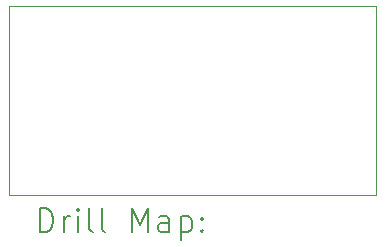
<source format=gbr>
%TF.GenerationSoftware,KiCad,Pcbnew,8.0.4*%
%TF.CreationDate,2024-09-11T11:19:12+03:00*%
%TF.ProjectId,micro_diplekser,6d696372-6f5f-4646-9970-6c656b736572,rev?*%
%TF.SameCoordinates,Original*%
%TF.FileFunction,Drillmap*%
%TF.FilePolarity,Positive*%
%FSLAX45Y45*%
G04 Gerber Fmt 4.5, Leading zero omitted, Abs format (unit mm)*
G04 Created by KiCad (PCBNEW 8.0.4) date 2024-09-11 11:19:12*
%MOMM*%
%LPD*%
G01*
G04 APERTURE LIST*
%ADD10C,0.050000*%
%ADD11C,0.200000*%
G04 APERTURE END LIST*
D10*
X8120000Y-10100000D02*
X5019040Y-10100740D01*
X8120000Y-8500000D02*
X5019040Y-8500740D01*
X8120000Y-10100000D02*
X8120000Y-8500000D01*
X5019040Y-8500740D02*
X5019040Y-10100740D01*
D11*
X5277317Y-10414724D02*
X5277317Y-10214724D01*
X5277317Y-10214724D02*
X5324936Y-10214724D01*
X5324936Y-10214724D02*
X5353507Y-10224248D01*
X5353507Y-10224248D02*
X5372555Y-10243295D01*
X5372555Y-10243295D02*
X5382079Y-10262343D01*
X5382079Y-10262343D02*
X5391603Y-10300438D01*
X5391603Y-10300438D02*
X5391603Y-10329010D01*
X5391603Y-10329010D02*
X5382079Y-10367105D01*
X5382079Y-10367105D02*
X5372555Y-10386152D01*
X5372555Y-10386152D02*
X5353507Y-10405200D01*
X5353507Y-10405200D02*
X5324936Y-10414724D01*
X5324936Y-10414724D02*
X5277317Y-10414724D01*
X5477317Y-10414724D02*
X5477317Y-10281390D01*
X5477317Y-10319486D02*
X5486841Y-10300438D01*
X5486841Y-10300438D02*
X5496364Y-10290914D01*
X5496364Y-10290914D02*
X5515412Y-10281390D01*
X5515412Y-10281390D02*
X5534460Y-10281390D01*
X5601126Y-10414724D02*
X5601126Y-10281390D01*
X5601126Y-10214724D02*
X5591603Y-10224248D01*
X5591603Y-10224248D02*
X5601126Y-10233771D01*
X5601126Y-10233771D02*
X5610650Y-10224248D01*
X5610650Y-10224248D02*
X5601126Y-10214724D01*
X5601126Y-10214724D02*
X5601126Y-10233771D01*
X5724936Y-10414724D02*
X5705888Y-10405200D01*
X5705888Y-10405200D02*
X5696364Y-10386152D01*
X5696364Y-10386152D02*
X5696364Y-10214724D01*
X5829698Y-10414724D02*
X5810650Y-10405200D01*
X5810650Y-10405200D02*
X5801126Y-10386152D01*
X5801126Y-10386152D02*
X5801126Y-10214724D01*
X6058269Y-10414724D02*
X6058269Y-10214724D01*
X6058269Y-10214724D02*
X6124936Y-10357581D01*
X6124936Y-10357581D02*
X6191602Y-10214724D01*
X6191602Y-10214724D02*
X6191602Y-10414724D01*
X6372555Y-10414724D02*
X6372555Y-10309962D01*
X6372555Y-10309962D02*
X6363031Y-10290914D01*
X6363031Y-10290914D02*
X6343983Y-10281390D01*
X6343983Y-10281390D02*
X6305888Y-10281390D01*
X6305888Y-10281390D02*
X6286841Y-10290914D01*
X6372555Y-10405200D02*
X6353507Y-10414724D01*
X6353507Y-10414724D02*
X6305888Y-10414724D01*
X6305888Y-10414724D02*
X6286841Y-10405200D01*
X6286841Y-10405200D02*
X6277317Y-10386152D01*
X6277317Y-10386152D02*
X6277317Y-10367105D01*
X6277317Y-10367105D02*
X6286841Y-10348057D01*
X6286841Y-10348057D02*
X6305888Y-10338533D01*
X6305888Y-10338533D02*
X6353507Y-10338533D01*
X6353507Y-10338533D02*
X6372555Y-10329010D01*
X6467793Y-10281390D02*
X6467793Y-10481390D01*
X6467793Y-10290914D02*
X6486841Y-10281390D01*
X6486841Y-10281390D02*
X6524936Y-10281390D01*
X6524936Y-10281390D02*
X6543983Y-10290914D01*
X6543983Y-10290914D02*
X6553507Y-10300438D01*
X6553507Y-10300438D02*
X6563031Y-10319486D01*
X6563031Y-10319486D02*
X6563031Y-10376629D01*
X6563031Y-10376629D02*
X6553507Y-10395676D01*
X6553507Y-10395676D02*
X6543983Y-10405200D01*
X6543983Y-10405200D02*
X6524936Y-10414724D01*
X6524936Y-10414724D02*
X6486841Y-10414724D01*
X6486841Y-10414724D02*
X6467793Y-10405200D01*
X6648745Y-10395676D02*
X6658269Y-10405200D01*
X6658269Y-10405200D02*
X6648745Y-10414724D01*
X6648745Y-10414724D02*
X6639222Y-10405200D01*
X6639222Y-10405200D02*
X6648745Y-10395676D01*
X6648745Y-10395676D02*
X6648745Y-10414724D01*
X6648745Y-10290914D02*
X6658269Y-10300438D01*
X6658269Y-10300438D02*
X6648745Y-10309962D01*
X6648745Y-10309962D02*
X6639222Y-10300438D01*
X6639222Y-10300438D02*
X6648745Y-10290914D01*
X6648745Y-10290914D02*
X6648745Y-10309962D01*
M02*

</source>
